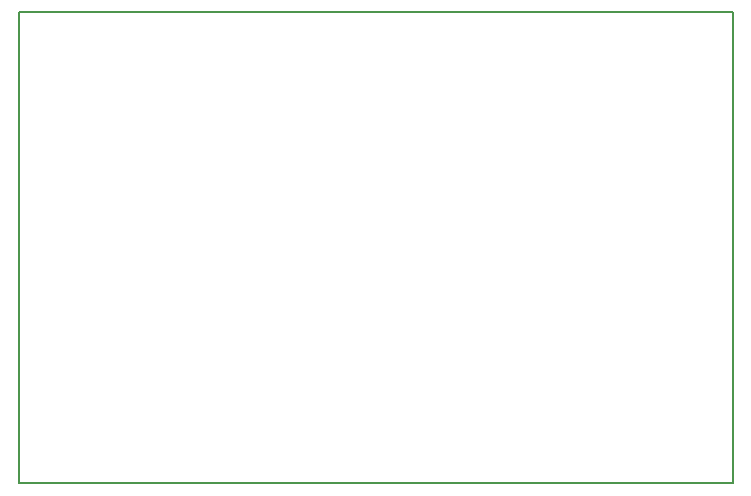
<source format=gbr>
G04 #@! TF.FileFunction,Profile,NP*
%FSLAX46Y46*%
G04 Gerber Fmt 4.6, Leading zero omitted, Abs format (unit mm)*
G04 Created by KiCad (PCBNEW (2016-09-17 revision 679eef1)-makepkg) date 01/03/17 07:05:52*
%MOMM*%
%LPD*%
G01*
G04 APERTURE LIST*
%ADD10C,0.150000*%
G04 APERTURE END LIST*
D10*
X254000Y254000D02*
X254000Y40132000D01*
X60706000Y254000D02*
X254000Y254000D01*
X60706000Y40132000D02*
X60706000Y254000D01*
X254000Y40132000D02*
X60706000Y40132000D01*
M02*

</source>
